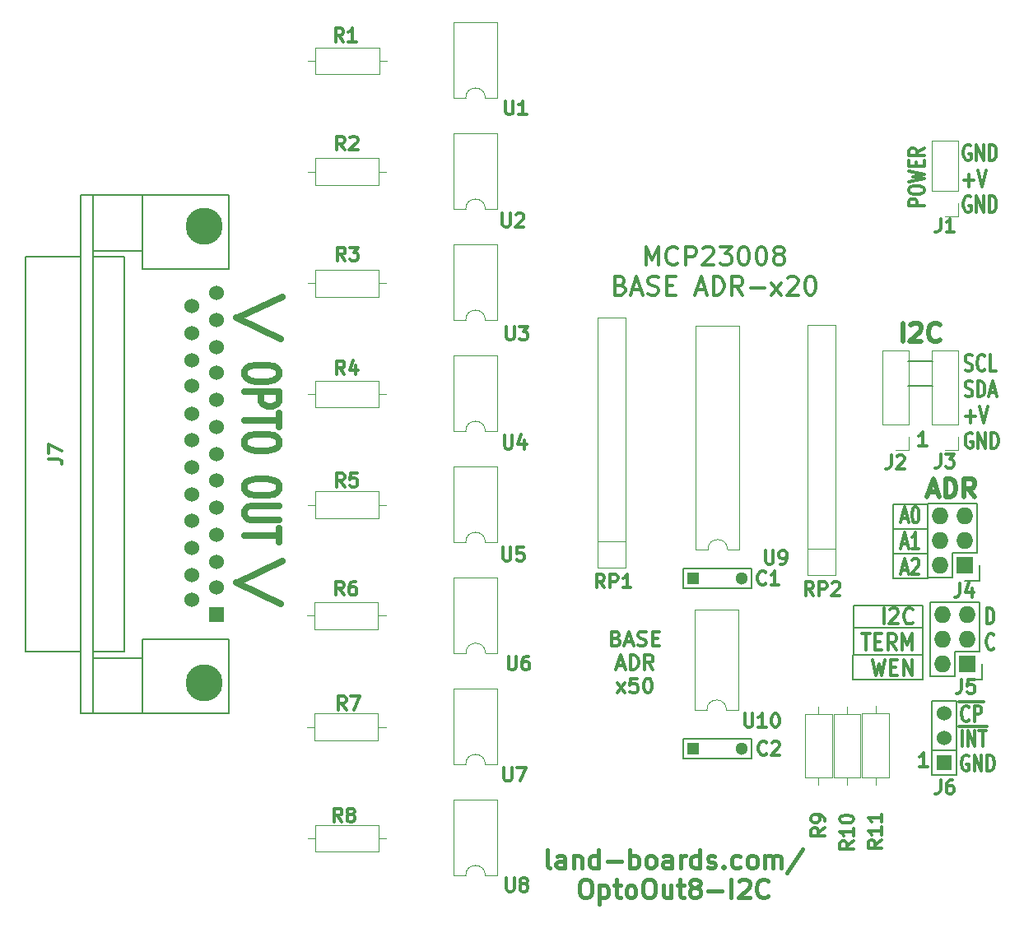
<source format=gto>
%TF.GenerationSoftware,KiCad,Pcbnew,(6.0.1)*%
%TF.CreationDate,2022-09-29T09:15:53-04:00*%
%TF.ProjectId,OptoOut8-I2C,4f70746f-4f75-4743-982d-4932432e6b69,X1*%
%TF.SameCoordinates,Original*%
%TF.FileFunction,Legend,Top*%
%TF.FilePolarity,Positive*%
%FSLAX46Y46*%
G04 Gerber Fmt 4.6, Leading zero omitted, Abs format (unit mm)*
G04 Created by KiCad (PCBNEW (6.0.1)) date 2022-09-29 09:15:53*
%MOMM*%
%LPD*%
G01*
G04 APERTURE LIST*
%ADD10C,0.200000*%
%ADD11C,0.300000*%
%ADD12C,0.476250*%
%ADD13C,0.323850*%
%ADD14C,0.381000*%
%ADD15C,0.317500*%
%ADD16C,0.635000*%
%ADD17C,0.304800*%
%ADD18C,0.120000*%
%ADD19C,0.150000*%
%ADD20C,0.152400*%
%ADD21C,3.810000*%
%ADD22R,1.524000X1.524000*%
%ADD23C,1.524000*%
%ADD24R,1.727200X1.727200*%
%ADD25O,1.727200X1.727200*%
%ADD26R,1.300000X1.300000*%
%ADD27C,1.300000*%
G04 APERTURE END LIST*
D10*
X113538000Y-75184000D02*
X117094000Y-75184000D01*
X113538000Y-77724000D02*
X117094000Y-77724000D01*
X113538000Y-80264000D02*
X117094000Y-80264000D01*
X113538000Y-80010000D02*
X113538000Y-80264000D01*
X113538000Y-72644000D02*
X113538000Y-80010000D01*
X117094000Y-72644000D02*
X113538000Y-72644000D01*
X112776000Y-90678000D02*
X109500000Y-90678000D01*
X109400000Y-88150000D02*
X109400000Y-90678000D01*
X116586000Y-90678000D02*
X112776000Y-90678000D01*
X116586000Y-90424000D02*
X116586000Y-90678000D01*
X116586000Y-83058000D02*
X116586000Y-90424000D01*
X116332000Y-83058000D02*
X116586000Y-83058000D01*
X109474000Y-88138000D02*
X109474000Y-85344000D01*
X109728000Y-88138000D02*
X109474000Y-88138000D01*
X116586000Y-88138000D02*
X109728000Y-88138000D01*
X116586000Y-85344000D02*
X116586000Y-88138000D01*
X109474000Y-85344000D02*
X116586000Y-85344000D01*
X109474000Y-83058000D02*
X109474000Y-85344000D01*
X116586000Y-83058000D02*
X109474000Y-83058000D01*
X115062000Y-60452000D02*
X117602000Y-60452000D01*
X115824000Y-57912000D02*
X115062000Y-57912000D01*
X115570000Y-57912000D02*
X117602000Y-57912000D01*
D11*
X116796880Y-41933095D02*
X115145880Y-41933095D01*
X115145880Y-41449285D01*
X115224500Y-41328333D01*
X115303119Y-41267857D01*
X115460357Y-41207380D01*
X115696214Y-41207380D01*
X115853452Y-41267857D01*
X115932071Y-41328333D01*
X116010690Y-41449285D01*
X116010690Y-41933095D01*
X115145880Y-40421190D02*
X115145880Y-40179285D01*
X115224500Y-40058333D01*
X115381738Y-39937380D01*
X115696214Y-39876904D01*
X116246547Y-39876904D01*
X116561023Y-39937380D01*
X116718261Y-40058333D01*
X116796880Y-40179285D01*
X116796880Y-40421190D01*
X116718261Y-40542142D01*
X116561023Y-40663095D01*
X116246547Y-40723571D01*
X115696214Y-40723571D01*
X115381738Y-40663095D01*
X115224500Y-40542142D01*
X115145880Y-40421190D01*
X115145880Y-39453571D02*
X116796880Y-39151190D01*
X115617595Y-38909285D01*
X116796880Y-38667380D01*
X115145880Y-38365000D01*
X115932071Y-37881190D02*
X115932071Y-37457857D01*
X116796880Y-37276428D02*
X116796880Y-37881190D01*
X115145880Y-37881190D01*
X115145880Y-37276428D01*
X116796880Y-36006428D02*
X116010690Y-36429761D01*
X116796880Y-36732142D02*
X115145880Y-36732142D01*
X115145880Y-36248333D01*
X115224500Y-36127380D01*
X115303119Y-36066904D01*
X115460357Y-36006428D01*
X115696214Y-36006428D01*
X115853452Y-36066904D01*
X115932071Y-36127380D01*
X116010690Y-36248333D01*
X116010690Y-36732142D01*
X85094428Y-86438857D02*
X85308714Y-86510285D01*
X85380142Y-86581714D01*
X85451571Y-86724571D01*
X85451571Y-86938857D01*
X85380142Y-87081714D01*
X85308714Y-87153142D01*
X85165857Y-87224571D01*
X84594428Y-87224571D01*
X84594428Y-85724571D01*
X85094428Y-85724571D01*
X85237285Y-85796000D01*
X85308714Y-85867428D01*
X85380142Y-86010285D01*
X85380142Y-86153142D01*
X85308714Y-86296000D01*
X85237285Y-86367428D01*
X85094428Y-86438857D01*
X84594428Y-86438857D01*
X86023000Y-86796000D02*
X86737285Y-86796000D01*
X85880142Y-87224571D02*
X86380142Y-85724571D01*
X86880142Y-87224571D01*
X87308714Y-87153142D02*
X87523000Y-87224571D01*
X87880142Y-87224571D01*
X88023000Y-87153142D01*
X88094428Y-87081714D01*
X88165857Y-86938857D01*
X88165857Y-86796000D01*
X88094428Y-86653142D01*
X88023000Y-86581714D01*
X87880142Y-86510285D01*
X87594428Y-86438857D01*
X87451571Y-86367428D01*
X87380142Y-86296000D01*
X87308714Y-86153142D01*
X87308714Y-86010285D01*
X87380142Y-85867428D01*
X87451571Y-85796000D01*
X87594428Y-85724571D01*
X87951571Y-85724571D01*
X88165857Y-85796000D01*
X88808714Y-86438857D02*
X89308714Y-86438857D01*
X89523000Y-87224571D02*
X88808714Y-87224571D01*
X88808714Y-85724571D01*
X89523000Y-85724571D01*
X85165857Y-89211000D02*
X85880142Y-89211000D01*
X85023000Y-89639571D02*
X85523000Y-88139571D01*
X86023000Y-89639571D01*
X86523000Y-89639571D02*
X86523000Y-88139571D01*
X86880142Y-88139571D01*
X87094428Y-88211000D01*
X87237285Y-88353857D01*
X87308714Y-88496714D01*
X87380142Y-88782428D01*
X87380142Y-88996714D01*
X87308714Y-89282428D01*
X87237285Y-89425285D01*
X87094428Y-89568142D01*
X86880142Y-89639571D01*
X86523000Y-89639571D01*
X88880142Y-89639571D02*
X88380142Y-88925285D01*
X88023000Y-89639571D02*
X88023000Y-88139571D01*
X88594428Y-88139571D01*
X88737285Y-88211000D01*
X88808714Y-88282428D01*
X88880142Y-88425285D01*
X88880142Y-88639571D01*
X88808714Y-88782428D01*
X88737285Y-88853857D01*
X88594428Y-88925285D01*
X88023000Y-88925285D01*
X85201571Y-92054571D02*
X85987285Y-91054571D01*
X85201571Y-91054571D02*
X85987285Y-92054571D01*
X87273000Y-90554571D02*
X86558714Y-90554571D01*
X86487285Y-91268857D01*
X86558714Y-91197428D01*
X86701571Y-91126000D01*
X87058714Y-91126000D01*
X87201571Y-91197428D01*
X87273000Y-91268857D01*
X87344428Y-91411714D01*
X87344428Y-91768857D01*
X87273000Y-91911714D01*
X87201571Y-91983142D01*
X87058714Y-92054571D01*
X86701571Y-92054571D01*
X86558714Y-91983142D01*
X86487285Y-91911714D01*
X88273000Y-90554571D02*
X88415857Y-90554571D01*
X88558714Y-90626000D01*
X88630142Y-90697428D01*
X88701571Y-90840285D01*
X88773000Y-91126000D01*
X88773000Y-91483142D01*
X88701571Y-91768857D01*
X88630142Y-91911714D01*
X88558714Y-91983142D01*
X88415857Y-92054571D01*
X88273000Y-92054571D01*
X88130142Y-91983142D01*
X88058714Y-91911714D01*
X87987285Y-91768857D01*
X87915857Y-91483142D01*
X87915857Y-91126000D01*
X87987285Y-90840285D01*
X88058714Y-90697428D01*
X88130142Y-90626000D01*
X88273000Y-90554571D01*
X112597285Y-84956770D02*
X112597285Y-83305770D01*
X113240142Y-83463009D02*
X113311571Y-83384390D01*
X113454428Y-83305770D01*
X113811571Y-83305770D01*
X113954428Y-83384390D01*
X114025857Y-83463009D01*
X114097285Y-83620247D01*
X114097285Y-83777485D01*
X114025857Y-84013342D01*
X113168714Y-84956770D01*
X114097285Y-84956770D01*
X115597285Y-84799532D02*
X115525857Y-84878151D01*
X115311571Y-84956770D01*
X115168714Y-84956770D01*
X114954428Y-84878151D01*
X114811571Y-84720913D01*
X114740142Y-84563675D01*
X114668714Y-84249199D01*
X114668714Y-84013342D01*
X114740142Y-83698866D01*
X114811571Y-83541628D01*
X114954428Y-83384390D01*
X115168714Y-83305770D01*
X115311571Y-83305770D01*
X115525857Y-83384390D01*
X115597285Y-83463009D01*
X110311571Y-85963880D02*
X111168714Y-85963880D01*
X110740142Y-87614880D02*
X110740142Y-85963880D01*
X111668714Y-86750071D02*
X112168714Y-86750071D01*
X112383000Y-87614880D02*
X111668714Y-87614880D01*
X111668714Y-85963880D01*
X112383000Y-85963880D01*
X113883000Y-87614880D02*
X113383000Y-86828690D01*
X113025857Y-87614880D02*
X113025857Y-85963880D01*
X113597285Y-85963880D01*
X113740142Y-86042500D01*
X113811571Y-86121119D01*
X113883000Y-86278357D01*
X113883000Y-86514214D01*
X113811571Y-86671452D01*
X113740142Y-86750071D01*
X113597285Y-86828690D01*
X113025857Y-86828690D01*
X114525857Y-87614880D02*
X114525857Y-85963880D01*
X115025857Y-87143166D01*
X115525857Y-85963880D01*
X115525857Y-87614880D01*
X111454428Y-88621990D02*
X111811571Y-90272990D01*
X112097285Y-89093705D01*
X112383000Y-90272990D01*
X112740142Y-88621990D01*
X113311571Y-89408181D02*
X113811571Y-89408181D01*
X114025857Y-90272990D02*
X113311571Y-90272990D01*
X113311571Y-88621990D01*
X114025857Y-88621990D01*
X114668714Y-90272990D02*
X114668714Y-88621990D01*
X115525857Y-90272990D01*
X115525857Y-88621990D01*
X123207380Y-84949825D02*
X123207380Y-83298825D01*
X123509761Y-83298825D01*
X123691190Y-83377445D01*
X123812142Y-83534683D01*
X123872619Y-83691921D01*
X123933095Y-84006397D01*
X123933095Y-84242254D01*
X123872619Y-84556730D01*
X123812142Y-84713968D01*
X123691190Y-84871206D01*
X123509761Y-84949825D01*
X123207380Y-84949825D01*
X123933095Y-87450697D02*
X123872619Y-87529316D01*
X123691190Y-87607935D01*
X123570238Y-87607935D01*
X123388809Y-87529316D01*
X123267857Y-87372078D01*
X123207380Y-87214840D01*
X123146904Y-86900364D01*
X123146904Y-86664507D01*
X123207380Y-86350031D01*
X123267857Y-86192793D01*
X123388809Y-86035555D01*
X123570238Y-85956935D01*
X123691190Y-85956935D01*
X123872619Y-86035555D01*
X123933095Y-86114174D01*
D12*
X117222419Y-71367500D02*
X118129562Y-71367500D01*
X117040991Y-71911785D02*
X117675991Y-70006785D01*
X118310991Y-71911785D01*
X118945991Y-71911785D02*
X118945991Y-70006785D01*
X119399562Y-70006785D01*
X119671705Y-70097500D01*
X119853133Y-70278928D01*
X119943848Y-70460357D01*
X120034562Y-70823214D01*
X120034562Y-71095357D01*
X119943848Y-71458214D01*
X119853133Y-71639642D01*
X119671705Y-71821071D01*
X119399562Y-71911785D01*
X118945991Y-71911785D01*
X121939562Y-71911785D02*
X121304562Y-71004642D01*
X120850991Y-71911785D02*
X120850991Y-70006785D01*
X121576705Y-70006785D01*
X121758133Y-70097500D01*
X121848848Y-70188214D01*
X121939562Y-70369642D01*
X121939562Y-70641785D01*
X121848848Y-70823214D01*
X121758133Y-70913928D01*
X121576705Y-71004642D01*
X120850991Y-71004642D01*
D11*
X117128571Y-99678571D02*
X116271428Y-99678571D01*
X116700000Y-99678571D02*
X116700000Y-98178571D01*
X116557142Y-98392857D01*
X116414285Y-98535714D01*
X116271428Y-98607142D01*
X117042571Y-66652571D02*
X116185428Y-66652571D01*
X116614000Y-66652571D02*
X116614000Y-65152571D01*
X116471142Y-65366857D01*
X116328285Y-65509714D01*
X116185428Y-65581142D01*
X121523119Y-35693390D02*
X121402166Y-35614770D01*
X121220738Y-35614770D01*
X121039309Y-35693390D01*
X120918357Y-35850628D01*
X120857880Y-36007866D01*
X120797404Y-36322342D01*
X120797404Y-36558199D01*
X120857880Y-36872675D01*
X120918357Y-37029913D01*
X121039309Y-37187151D01*
X121220738Y-37265770D01*
X121341690Y-37265770D01*
X121523119Y-37187151D01*
X121583595Y-37108532D01*
X121583595Y-36558199D01*
X121341690Y-36558199D01*
X122127880Y-37265770D02*
X122127880Y-35614770D01*
X122853595Y-37265770D01*
X122853595Y-35614770D01*
X123458357Y-37265770D02*
X123458357Y-35614770D01*
X123760738Y-35614770D01*
X123942166Y-35693390D01*
X124063119Y-35850628D01*
X124123595Y-36007866D01*
X124184071Y-36322342D01*
X124184071Y-36558199D01*
X124123595Y-36872675D01*
X124063119Y-37029913D01*
X123942166Y-37187151D01*
X123760738Y-37265770D01*
X123458357Y-37265770D01*
X120857880Y-39294928D02*
X121825500Y-39294928D01*
X121341690Y-39923880D02*
X121341690Y-38665976D01*
X122248833Y-38272880D02*
X122672166Y-39923880D01*
X123095500Y-38272880D01*
X121523119Y-41009610D02*
X121402166Y-40930990D01*
X121220738Y-40930990D01*
X121039309Y-41009610D01*
X120918357Y-41166848D01*
X120857880Y-41324086D01*
X120797404Y-41638562D01*
X120797404Y-41874419D01*
X120857880Y-42188895D01*
X120918357Y-42346133D01*
X121039309Y-42503371D01*
X121220738Y-42581990D01*
X121341690Y-42581990D01*
X121523119Y-42503371D01*
X121583595Y-42424752D01*
X121583595Y-41874419D01*
X121341690Y-41874419D01*
X122127880Y-42581990D02*
X122127880Y-40930990D01*
X122853595Y-42581990D01*
X122853595Y-40930990D01*
X123458357Y-42581990D02*
X123458357Y-40930990D01*
X123760738Y-40930990D01*
X123942166Y-41009610D01*
X124063119Y-41166848D01*
X124123595Y-41324086D01*
X124184071Y-41638562D01*
X124184071Y-41874419D01*
X124123595Y-42188895D01*
X124063119Y-42346133D01*
X123942166Y-42503371D01*
X123760738Y-42581990D01*
X123458357Y-42581990D01*
X120345000Y-92926500D02*
X121615000Y-92926500D01*
X121373095Y-94811089D02*
X121312619Y-94886684D01*
X121131190Y-94962279D01*
X121010238Y-94962279D01*
X120828809Y-94886684D01*
X120707857Y-94735494D01*
X120647380Y-94584303D01*
X120586904Y-94281922D01*
X120586904Y-94055136D01*
X120647380Y-93752755D01*
X120707857Y-93601565D01*
X120828809Y-93450375D01*
X121010238Y-93374779D01*
X121131190Y-93374779D01*
X121312619Y-93450375D01*
X121373095Y-93525970D01*
X121615000Y-92926500D02*
X122885000Y-92926500D01*
X121917380Y-94962279D02*
X121917380Y-93374779D01*
X122401190Y-93374779D01*
X122522142Y-93450375D01*
X122582619Y-93525970D01*
X122643095Y-93677160D01*
X122643095Y-93903946D01*
X122582619Y-94055136D01*
X122522142Y-94130732D01*
X122401190Y-94206327D01*
X121917380Y-94206327D01*
X120345000Y-95482375D02*
X120949761Y-95482375D01*
X120647380Y-97518154D02*
X120647380Y-95930654D01*
X120949761Y-95482375D02*
X122280238Y-95482375D01*
X121252142Y-97518154D02*
X121252142Y-95930654D01*
X121977857Y-97518154D01*
X121977857Y-95930654D01*
X122280238Y-95482375D02*
X123247857Y-95482375D01*
X122401190Y-95930654D02*
X123126904Y-95930654D01*
X122764047Y-97518154D02*
X122764047Y-95930654D01*
X121312619Y-98562125D02*
X121191666Y-98486529D01*
X121010238Y-98486529D01*
X120828809Y-98562125D01*
X120707857Y-98713315D01*
X120647380Y-98864505D01*
X120586904Y-99166886D01*
X120586904Y-99393672D01*
X120647380Y-99696053D01*
X120707857Y-99847244D01*
X120828809Y-99998434D01*
X121010238Y-100074029D01*
X121131190Y-100074029D01*
X121312619Y-99998434D01*
X121373095Y-99922839D01*
X121373095Y-99393672D01*
X121131190Y-99393672D01*
X121917380Y-100074029D02*
X121917380Y-98486529D01*
X122643095Y-100074029D01*
X122643095Y-98486529D01*
X123247857Y-100074029D02*
X123247857Y-98486529D01*
X123550238Y-98486529D01*
X123731666Y-98562125D01*
X123852619Y-98713315D01*
X123913095Y-98864505D01*
X123973571Y-99166886D01*
X123973571Y-99393672D01*
X123913095Y-99696053D01*
X123852619Y-99847244D01*
X123731666Y-99998434D01*
X123550238Y-100074029D01*
X123247857Y-100074029D01*
D13*
X88138776Y-48030271D02*
X88138776Y-46125271D01*
X88773776Y-47485986D01*
X89408776Y-46125271D01*
X89408776Y-48030271D01*
X91404491Y-47848843D02*
X91313776Y-47939557D01*
X91041633Y-48030271D01*
X90860205Y-48030271D01*
X90588062Y-47939557D01*
X90406633Y-47758128D01*
X90315919Y-47576700D01*
X90225205Y-47213843D01*
X90225205Y-46941700D01*
X90315919Y-46578843D01*
X90406633Y-46397414D01*
X90588062Y-46215986D01*
X90860205Y-46125271D01*
X91041633Y-46125271D01*
X91313776Y-46215986D01*
X91404491Y-46306700D01*
X92220919Y-48030271D02*
X92220919Y-46125271D01*
X92946633Y-46125271D01*
X93128062Y-46215986D01*
X93218776Y-46306700D01*
X93309491Y-46488128D01*
X93309491Y-46760271D01*
X93218776Y-46941700D01*
X93128062Y-47032414D01*
X92946633Y-47123128D01*
X92220919Y-47123128D01*
X94035205Y-46306700D02*
X94125919Y-46215986D01*
X94307348Y-46125271D01*
X94760919Y-46125271D01*
X94942348Y-46215986D01*
X95033062Y-46306700D01*
X95123776Y-46488128D01*
X95123776Y-46669557D01*
X95033062Y-46941700D01*
X93944491Y-48030271D01*
X95123776Y-48030271D01*
X95758776Y-46125271D02*
X96938062Y-46125271D01*
X96303062Y-46850986D01*
X96575205Y-46850986D01*
X96756633Y-46941700D01*
X96847348Y-47032414D01*
X96938062Y-47213843D01*
X96938062Y-47667414D01*
X96847348Y-47848843D01*
X96756633Y-47939557D01*
X96575205Y-48030271D01*
X96030919Y-48030271D01*
X95849491Y-47939557D01*
X95758776Y-47848843D01*
X98117348Y-46125271D02*
X98298776Y-46125271D01*
X98480205Y-46215986D01*
X98570919Y-46306700D01*
X98661633Y-46488128D01*
X98752348Y-46850986D01*
X98752348Y-47304557D01*
X98661633Y-47667414D01*
X98570919Y-47848843D01*
X98480205Y-47939557D01*
X98298776Y-48030271D01*
X98117348Y-48030271D01*
X97935919Y-47939557D01*
X97845205Y-47848843D01*
X97754491Y-47667414D01*
X97663776Y-47304557D01*
X97663776Y-46850986D01*
X97754491Y-46488128D01*
X97845205Y-46306700D01*
X97935919Y-46215986D01*
X98117348Y-46125271D01*
X99931633Y-46125271D02*
X100113062Y-46125271D01*
X100294491Y-46215986D01*
X100385205Y-46306700D01*
X100475919Y-46488128D01*
X100566633Y-46850986D01*
X100566633Y-47304557D01*
X100475919Y-47667414D01*
X100385205Y-47848843D01*
X100294491Y-47939557D01*
X100113062Y-48030271D01*
X99931633Y-48030271D01*
X99750205Y-47939557D01*
X99659491Y-47848843D01*
X99568776Y-47667414D01*
X99478062Y-47304557D01*
X99478062Y-46850986D01*
X99568776Y-46488128D01*
X99659491Y-46306700D01*
X99750205Y-46215986D01*
X99931633Y-46125271D01*
X101655205Y-46941700D02*
X101473776Y-46850986D01*
X101383062Y-46760271D01*
X101292348Y-46578843D01*
X101292348Y-46488128D01*
X101383062Y-46306700D01*
X101473776Y-46215986D01*
X101655205Y-46125271D01*
X102018062Y-46125271D01*
X102199491Y-46215986D01*
X102290205Y-46306700D01*
X102380919Y-46488128D01*
X102380919Y-46578843D01*
X102290205Y-46760271D01*
X102199491Y-46850986D01*
X102018062Y-46941700D01*
X101655205Y-46941700D01*
X101473776Y-47032414D01*
X101383062Y-47123128D01*
X101292348Y-47304557D01*
X101292348Y-47667414D01*
X101383062Y-47848843D01*
X101473776Y-47939557D01*
X101655205Y-48030271D01*
X102018062Y-48030271D01*
X102199491Y-47939557D01*
X102290205Y-47848843D01*
X102380919Y-47667414D01*
X102380919Y-47304557D01*
X102290205Y-47123128D01*
X102199491Y-47032414D01*
X102018062Y-46941700D01*
X85553419Y-50099464D02*
X85825562Y-50190178D01*
X85916276Y-50280893D01*
X86006990Y-50462321D01*
X86006990Y-50734464D01*
X85916276Y-50915893D01*
X85825562Y-51006607D01*
X85644133Y-51097321D01*
X84918419Y-51097321D01*
X84918419Y-49192321D01*
X85553419Y-49192321D01*
X85734848Y-49283036D01*
X85825562Y-49373750D01*
X85916276Y-49555178D01*
X85916276Y-49736607D01*
X85825562Y-49918036D01*
X85734848Y-50008750D01*
X85553419Y-50099464D01*
X84918419Y-50099464D01*
X86732705Y-50553036D02*
X87639848Y-50553036D01*
X86551276Y-51097321D02*
X87186276Y-49192321D01*
X87821276Y-51097321D01*
X88365562Y-51006607D02*
X88637705Y-51097321D01*
X89091276Y-51097321D01*
X89272705Y-51006607D01*
X89363419Y-50915893D01*
X89454133Y-50734464D01*
X89454133Y-50553036D01*
X89363419Y-50371607D01*
X89272705Y-50280893D01*
X89091276Y-50190178D01*
X88728419Y-50099464D01*
X88546990Y-50008750D01*
X88456276Y-49918036D01*
X88365562Y-49736607D01*
X88365562Y-49555178D01*
X88456276Y-49373750D01*
X88546990Y-49283036D01*
X88728419Y-49192321D01*
X89181990Y-49192321D01*
X89454133Y-49283036D01*
X90270562Y-50099464D02*
X90905562Y-50099464D01*
X91177705Y-51097321D02*
X90270562Y-51097321D01*
X90270562Y-49192321D01*
X91177705Y-49192321D01*
X93354848Y-50553036D02*
X94261990Y-50553036D01*
X93173419Y-51097321D02*
X93808419Y-49192321D01*
X94443419Y-51097321D01*
X95078419Y-51097321D02*
X95078419Y-49192321D01*
X95531990Y-49192321D01*
X95804133Y-49283036D01*
X95985562Y-49464464D01*
X96076276Y-49645893D01*
X96166990Y-50008750D01*
X96166990Y-50280893D01*
X96076276Y-50643750D01*
X95985562Y-50825178D01*
X95804133Y-51006607D01*
X95531990Y-51097321D01*
X95078419Y-51097321D01*
X98071990Y-51097321D02*
X97436990Y-50190178D01*
X96983419Y-51097321D02*
X96983419Y-49192321D01*
X97709133Y-49192321D01*
X97890562Y-49283036D01*
X97981276Y-49373750D01*
X98071990Y-49555178D01*
X98071990Y-49827321D01*
X97981276Y-50008750D01*
X97890562Y-50099464D01*
X97709133Y-50190178D01*
X96983419Y-50190178D01*
X98888419Y-50371607D02*
X100339848Y-50371607D01*
X101065562Y-51097321D02*
X102063419Y-49827321D01*
X101065562Y-49827321D02*
X102063419Y-51097321D01*
X102698419Y-49373750D02*
X102789133Y-49283036D01*
X102970562Y-49192321D01*
X103424133Y-49192321D01*
X103605562Y-49283036D01*
X103696276Y-49373750D01*
X103786991Y-49555178D01*
X103786991Y-49736607D01*
X103696276Y-50008750D01*
X102607705Y-51097321D01*
X103786991Y-51097321D01*
X104966276Y-49192321D02*
X105147705Y-49192321D01*
X105329133Y-49283036D01*
X105419848Y-49373750D01*
X105510562Y-49555178D01*
X105601276Y-49918036D01*
X105601276Y-50371607D01*
X105510562Y-50734464D01*
X105419848Y-50915893D01*
X105329133Y-51006607D01*
X105147705Y-51097321D01*
X104966276Y-51097321D01*
X104784848Y-51006607D01*
X104694133Y-50915893D01*
X104603419Y-50734464D01*
X104512705Y-50371607D01*
X104512705Y-49918036D01*
X104603419Y-49555178D01*
X104694133Y-49373750D01*
X104784848Y-49283036D01*
X104966276Y-49192321D01*
D14*
X78254642Y-110078260D02*
X78073214Y-109987546D01*
X77982500Y-109806117D01*
X77982500Y-108173260D01*
X79796785Y-110078260D02*
X79796785Y-109080403D01*
X79706071Y-108898975D01*
X79524642Y-108808260D01*
X79161785Y-108808260D01*
X78980357Y-108898975D01*
X79796785Y-109987546D02*
X79615357Y-110078260D01*
X79161785Y-110078260D01*
X78980357Y-109987546D01*
X78889642Y-109806117D01*
X78889642Y-109624689D01*
X78980357Y-109443260D01*
X79161785Y-109352546D01*
X79615357Y-109352546D01*
X79796785Y-109261832D01*
X80703928Y-108808260D02*
X80703928Y-110078260D01*
X80703928Y-108989689D02*
X80794642Y-108898975D01*
X80976071Y-108808260D01*
X81248214Y-108808260D01*
X81429642Y-108898975D01*
X81520357Y-109080403D01*
X81520357Y-110078260D01*
X83243928Y-110078260D02*
X83243928Y-108173260D01*
X83243928Y-109987546D02*
X83062500Y-110078260D01*
X82699642Y-110078260D01*
X82518214Y-109987546D01*
X82427500Y-109896832D01*
X82336785Y-109715403D01*
X82336785Y-109171117D01*
X82427500Y-108989689D01*
X82518214Y-108898975D01*
X82699642Y-108808260D01*
X83062500Y-108808260D01*
X83243928Y-108898975D01*
X84151071Y-109352546D02*
X85602500Y-109352546D01*
X86509642Y-110078260D02*
X86509642Y-108173260D01*
X86509642Y-108898975D02*
X86691071Y-108808260D01*
X87053928Y-108808260D01*
X87235357Y-108898975D01*
X87326071Y-108989689D01*
X87416785Y-109171117D01*
X87416785Y-109715403D01*
X87326071Y-109896832D01*
X87235357Y-109987546D01*
X87053928Y-110078260D01*
X86691071Y-110078260D01*
X86509642Y-109987546D01*
X88505357Y-110078260D02*
X88323928Y-109987546D01*
X88233214Y-109896832D01*
X88142500Y-109715403D01*
X88142500Y-109171117D01*
X88233214Y-108989689D01*
X88323928Y-108898975D01*
X88505357Y-108808260D01*
X88777500Y-108808260D01*
X88958928Y-108898975D01*
X89049642Y-108989689D01*
X89140357Y-109171117D01*
X89140357Y-109715403D01*
X89049642Y-109896832D01*
X88958928Y-109987546D01*
X88777500Y-110078260D01*
X88505357Y-110078260D01*
X90773214Y-110078260D02*
X90773214Y-109080403D01*
X90682500Y-108898975D01*
X90501071Y-108808260D01*
X90138214Y-108808260D01*
X89956785Y-108898975D01*
X90773214Y-109987546D02*
X90591785Y-110078260D01*
X90138214Y-110078260D01*
X89956785Y-109987546D01*
X89866071Y-109806117D01*
X89866071Y-109624689D01*
X89956785Y-109443260D01*
X90138214Y-109352546D01*
X90591785Y-109352546D01*
X90773214Y-109261832D01*
X91680357Y-110078260D02*
X91680357Y-108808260D01*
X91680357Y-109171117D02*
X91771071Y-108989689D01*
X91861785Y-108898975D01*
X92043214Y-108808260D01*
X92224642Y-108808260D01*
X93676071Y-110078260D02*
X93676071Y-108173260D01*
X93676071Y-109987546D02*
X93494642Y-110078260D01*
X93131785Y-110078260D01*
X92950357Y-109987546D01*
X92859642Y-109896832D01*
X92768928Y-109715403D01*
X92768928Y-109171117D01*
X92859642Y-108989689D01*
X92950357Y-108898975D01*
X93131785Y-108808260D01*
X93494642Y-108808260D01*
X93676071Y-108898975D01*
X94492500Y-109987546D02*
X94673928Y-110078260D01*
X95036785Y-110078260D01*
X95218214Y-109987546D01*
X95308928Y-109806117D01*
X95308928Y-109715403D01*
X95218214Y-109533975D01*
X95036785Y-109443260D01*
X94764642Y-109443260D01*
X94583214Y-109352546D01*
X94492500Y-109171117D01*
X94492500Y-109080403D01*
X94583214Y-108898975D01*
X94764642Y-108808260D01*
X95036785Y-108808260D01*
X95218214Y-108898975D01*
X96125357Y-109896832D02*
X96216071Y-109987546D01*
X96125357Y-110078260D01*
X96034642Y-109987546D01*
X96125357Y-109896832D01*
X96125357Y-110078260D01*
X97848928Y-109987546D02*
X97667500Y-110078260D01*
X97304642Y-110078260D01*
X97123214Y-109987546D01*
X97032500Y-109896832D01*
X96941785Y-109715403D01*
X96941785Y-109171117D01*
X97032500Y-108989689D01*
X97123214Y-108898975D01*
X97304642Y-108808260D01*
X97667500Y-108808260D01*
X97848928Y-108898975D01*
X98937500Y-110078260D02*
X98756071Y-109987546D01*
X98665357Y-109896832D01*
X98574642Y-109715403D01*
X98574642Y-109171117D01*
X98665357Y-108989689D01*
X98756071Y-108898975D01*
X98937500Y-108808260D01*
X99209642Y-108808260D01*
X99391071Y-108898975D01*
X99481785Y-108989689D01*
X99572500Y-109171117D01*
X99572500Y-109715403D01*
X99481785Y-109896832D01*
X99391071Y-109987546D01*
X99209642Y-110078260D01*
X98937500Y-110078260D01*
X100388928Y-110078260D02*
X100388928Y-108808260D01*
X100388928Y-108989689D02*
X100479642Y-108898975D01*
X100661071Y-108808260D01*
X100933214Y-108808260D01*
X101114642Y-108898975D01*
X101205357Y-109080403D01*
X101205357Y-110078260D01*
X101205357Y-109080403D02*
X101296071Y-108898975D01*
X101477500Y-108808260D01*
X101749642Y-108808260D01*
X101931071Y-108898975D01*
X102021785Y-109080403D01*
X102021785Y-110078260D01*
X104289642Y-108082546D02*
X102656785Y-110531832D01*
X81747142Y-111240310D02*
X82110000Y-111240310D01*
X82291428Y-111331025D01*
X82472857Y-111512453D01*
X82563571Y-111875310D01*
X82563571Y-112510310D01*
X82472857Y-112873167D01*
X82291428Y-113054596D01*
X82110000Y-113145310D01*
X81747142Y-113145310D01*
X81565714Y-113054596D01*
X81384285Y-112873167D01*
X81293571Y-112510310D01*
X81293571Y-111875310D01*
X81384285Y-111512453D01*
X81565714Y-111331025D01*
X81747142Y-111240310D01*
X83380000Y-111875310D02*
X83380000Y-113780310D01*
X83380000Y-111966025D02*
X83561428Y-111875310D01*
X83924285Y-111875310D01*
X84105714Y-111966025D01*
X84196428Y-112056739D01*
X84287142Y-112238167D01*
X84287142Y-112782453D01*
X84196428Y-112963882D01*
X84105714Y-113054596D01*
X83924285Y-113145310D01*
X83561428Y-113145310D01*
X83380000Y-113054596D01*
X84831428Y-111875310D02*
X85557142Y-111875310D01*
X85103571Y-111240310D02*
X85103571Y-112873167D01*
X85194285Y-113054596D01*
X85375714Y-113145310D01*
X85557142Y-113145310D01*
X86464285Y-113145310D02*
X86282857Y-113054596D01*
X86192142Y-112963882D01*
X86101428Y-112782453D01*
X86101428Y-112238167D01*
X86192142Y-112056739D01*
X86282857Y-111966025D01*
X86464285Y-111875310D01*
X86736428Y-111875310D01*
X86917857Y-111966025D01*
X87008571Y-112056739D01*
X87099285Y-112238167D01*
X87099285Y-112782453D01*
X87008571Y-112963882D01*
X86917857Y-113054596D01*
X86736428Y-113145310D01*
X86464285Y-113145310D01*
X88278571Y-111240310D02*
X88641428Y-111240310D01*
X88822857Y-111331025D01*
X89004285Y-111512453D01*
X89095000Y-111875310D01*
X89095000Y-112510310D01*
X89004285Y-112873167D01*
X88822857Y-113054596D01*
X88641428Y-113145310D01*
X88278571Y-113145310D01*
X88097142Y-113054596D01*
X87915714Y-112873167D01*
X87825000Y-112510310D01*
X87825000Y-111875310D01*
X87915714Y-111512453D01*
X88097142Y-111331025D01*
X88278571Y-111240310D01*
X90727857Y-111875310D02*
X90727857Y-113145310D01*
X89911428Y-111875310D02*
X89911428Y-112873167D01*
X90002142Y-113054596D01*
X90183571Y-113145310D01*
X90455714Y-113145310D01*
X90637142Y-113054596D01*
X90727857Y-112963882D01*
X91362857Y-111875310D02*
X92088571Y-111875310D01*
X91635000Y-111240310D02*
X91635000Y-112873167D01*
X91725714Y-113054596D01*
X91907142Y-113145310D01*
X92088571Y-113145310D01*
X92995714Y-112056739D02*
X92814285Y-111966025D01*
X92723571Y-111875310D01*
X92632857Y-111693882D01*
X92632857Y-111603167D01*
X92723571Y-111421739D01*
X92814285Y-111331025D01*
X92995714Y-111240310D01*
X93358571Y-111240310D01*
X93540000Y-111331025D01*
X93630714Y-111421739D01*
X93721428Y-111603167D01*
X93721428Y-111693882D01*
X93630714Y-111875310D01*
X93540000Y-111966025D01*
X93358571Y-112056739D01*
X92995714Y-112056739D01*
X92814285Y-112147453D01*
X92723571Y-112238167D01*
X92632857Y-112419596D01*
X92632857Y-112782453D01*
X92723571Y-112963882D01*
X92814285Y-113054596D01*
X92995714Y-113145310D01*
X93358571Y-113145310D01*
X93540000Y-113054596D01*
X93630714Y-112963882D01*
X93721428Y-112782453D01*
X93721428Y-112419596D01*
X93630714Y-112238167D01*
X93540000Y-112147453D01*
X93358571Y-112056739D01*
X94537857Y-112419596D02*
X95989285Y-112419596D01*
X96896428Y-113145310D02*
X96896428Y-111240310D01*
X97712857Y-111421739D02*
X97803571Y-111331025D01*
X97985000Y-111240310D01*
X98438571Y-111240310D01*
X98620000Y-111331025D01*
X98710714Y-111421739D01*
X98801428Y-111603167D01*
X98801428Y-111784596D01*
X98710714Y-112056739D01*
X97622142Y-113145310D01*
X98801428Y-113145310D01*
X100706428Y-112963882D02*
X100615714Y-113054596D01*
X100343571Y-113145310D01*
X100162142Y-113145310D01*
X99890000Y-113054596D01*
X99708571Y-112873167D01*
X99617857Y-112691739D01*
X99527142Y-112328882D01*
X99527142Y-112056739D01*
X99617857Y-111693882D01*
X99708571Y-111512453D01*
X99890000Y-111331025D01*
X100162142Y-111240310D01*
X100343571Y-111240310D01*
X100615714Y-111331025D01*
X100706428Y-111421739D01*
D12*
X114563848Y-55913796D02*
X114563848Y-54008796D01*
X115380276Y-54190225D02*
X115470991Y-54099511D01*
X115652419Y-54008796D01*
X116105991Y-54008796D01*
X116287419Y-54099511D01*
X116378133Y-54190225D01*
X116468848Y-54371653D01*
X116468848Y-54553082D01*
X116378133Y-54825225D01*
X115289562Y-55913796D01*
X116468848Y-55913796D01*
X118373848Y-55732368D02*
X118283133Y-55823082D01*
X118010991Y-55913796D01*
X117829562Y-55913796D01*
X117557419Y-55823082D01*
X117375991Y-55641653D01*
X117285276Y-55460225D01*
X117194562Y-55097368D01*
X117194562Y-54825225D01*
X117285276Y-54462368D01*
X117375991Y-54280939D01*
X117557419Y-54099511D01*
X117829562Y-54008796D01*
X118010991Y-54008796D01*
X118283133Y-54099511D01*
X118373848Y-54190225D01*
D11*
X120987904Y-58845096D02*
X121169333Y-58923715D01*
X121471714Y-58923715D01*
X121592666Y-58845096D01*
X121653142Y-58766477D01*
X121713619Y-58609239D01*
X121713619Y-58452001D01*
X121653142Y-58294763D01*
X121592666Y-58216144D01*
X121471714Y-58137525D01*
X121229809Y-58058906D01*
X121108857Y-57980287D01*
X121048380Y-57901668D01*
X120987904Y-57744430D01*
X120987904Y-57587192D01*
X121048380Y-57429954D01*
X121108857Y-57351335D01*
X121229809Y-57272715D01*
X121532190Y-57272715D01*
X121713619Y-57351335D01*
X122983619Y-58766477D02*
X122923142Y-58845096D01*
X122741714Y-58923715D01*
X122620761Y-58923715D01*
X122439333Y-58845096D01*
X122318380Y-58687858D01*
X122257904Y-58530620D01*
X122197428Y-58216144D01*
X122197428Y-57980287D01*
X122257904Y-57665811D01*
X122318380Y-57508573D01*
X122439333Y-57351335D01*
X122620761Y-57272715D01*
X122741714Y-57272715D01*
X122923142Y-57351335D01*
X122983619Y-57429954D01*
X124132666Y-58923715D02*
X123527904Y-58923715D01*
X123527904Y-57272715D01*
X120987904Y-61503206D02*
X121169333Y-61581825D01*
X121471714Y-61581825D01*
X121592666Y-61503206D01*
X121653142Y-61424587D01*
X121713619Y-61267349D01*
X121713619Y-61110111D01*
X121653142Y-60952873D01*
X121592666Y-60874254D01*
X121471714Y-60795635D01*
X121229809Y-60717016D01*
X121108857Y-60638397D01*
X121048380Y-60559778D01*
X120987904Y-60402540D01*
X120987904Y-60245302D01*
X121048380Y-60088064D01*
X121108857Y-60009445D01*
X121229809Y-59930825D01*
X121532190Y-59930825D01*
X121713619Y-60009445D01*
X122257904Y-61581825D02*
X122257904Y-59930825D01*
X122560285Y-59930825D01*
X122741714Y-60009445D01*
X122862666Y-60166683D01*
X122923142Y-60323921D01*
X122983619Y-60638397D01*
X122983619Y-60874254D01*
X122923142Y-61188730D01*
X122862666Y-61345968D01*
X122741714Y-61503206D01*
X122560285Y-61581825D01*
X122257904Y-61581825D01*
X123467428Y-61110111D02*
X124072190Y-61110111D01*
X123346476Y-61581825D02*
X123769809Y-59930825D01*
X124193142Y-61581825D01*
X121048380Y-63610983D02*
X122016000Y-63610983D01*
X121532190Y-64239935D02*
X121532190Y-62982031D01*
X122439333Y-62588935D02*
X122862666Y-64239935D01*
X123286000Y-62588935D01*
X121713619Y-65325665D02*
X121592666Y-65247045D01*
X121411238Y-65247045D01*
X121229809Y-65325665D01*
X121108857Y-65482903D01*
X121048380Y-65640141D01*
X120987904Y-65954617D01*
X120987904Y-66190474D01*
X121048380Y-66504950D01*
X121108857Y-66662188D01*
X121229809Y-66819426D01*
X121411238Y-66898045D01*
X121532190Y-66898045D01*
X121713619Y-66819426D01*
X121774095Y-66740807D01*
X121774095Y-66190474D01*
X121532190Y-66190474D01*
X122318380Y-66898045D02*
X122318380Y-65247045D01*
X123044095Y-66898045D01*
X123044095Y-65247045D01*
X123648857Y-66898045D02*
X123648857Y-65247045D01*
X123951238Y-65247045D01*
X124132666Y-65325665D01*
X124253619Y-65482903D01*
X124314095Y-65640141D01*
X124374571Y-65954617D01*
X124374571Y-66190474D01*
X124314095Y-66504950D01*
X124253619Y-66662188D01*
X124132666Y-66819426D01*
X123951238Y-66898045D01*
X123648857Y-66898045D01*
D15*
X114408857Y-74071056D02*
X115013619Y-74071056D01*
X114287904Y-74542770D02*
X114711238Y-72891770D01*
X115134571Y-74542770D01*
X115799809Y-72891770D02*
X115920761Y-72891770D01*
X116041714Y-72970390D01*
X116102190Y-73049009D01*
X116162666Y-73206247D01*
X116223142Y-73520723D01*
X116223142Y-73913818D01*
X116162666Y-74228294D01*
X116102190Y-74385532D01*
X116041714Y-74464151D01*
X115920761Y-74542770D01*
X115799809Y-74542770D01*
X115678857Y-74464151D01*
X115618380Y-74385532D01*
X115557904Y-74228294D01*
X115497428Y-73913818D01*
X115497428Y-73520723D01*
X115557904Y-73206247D01*
X115618380Y-73049009D01*
X115678857Y-72970390D01*
X115799809Y-72891770D01*
X114408857Y-76729166D02*
X115013619Y-76729166D01*
X114287904Y-77200880D02*
X114711238Y-75549880D01*
X115134571Y-77200880D01*
X116223142Y-77200880D02*
X115497428Y-77200880D01*
X115860285Y-77200880D02*
X115860285Y-75549880D01*
X115739333Y-75785738D01*
X115618380Y-75942976D01*
X115497428Y-76021595D01*
X114408857Y-79387276D02*
X115013619Y-79387276D01*
X114287904Y-79858990D02*
X114711238Y-78207990D01*
X115134571Y-79858990D01*
X115497428Y-78365229D02*
X115557904Y-78286610D01*
X115678857Y-78207990D01*
X115981238Y-78207990D01*
X116102190Y-78286610D01*
X116162666Y-78365229D01*
X116223142Y-78522467D01*
X116223142Y-78679705D01*
X116162666Y-78915562D01*
X115436952Y-79858990D01*
X116223142Y-79858990D01*
D16*
X50701000Y-51276773D02*
X46129000Y-53453916D01*
X50531666Y-55631059D02*
X45959666Y-53453916D01*
X50362333Y-58896773D02*
X50362333Y-59380583D01*
X50193000Y-59622488D01*
X49854333Y-59864392D01*
X49177000Y-59985345D01*
X47991666Y-59985345D01*
X47314333Y-59864392D01*
X46975666Y-59622488D01*
X46806333Y-59380583D01*
X46806333Y-58896773D01*
X46975666Y-58654869D01*
X47314333Y-58412964D01*
X47991666Y-58292011D01*
X49177000Y-58292011D01*
X49854333Y-58412964D01*
X50193000Y-58654869D01*
X50362333Y-58896773D01*
X46806333Y-61073916D02*
X50362333Y-61073916D01*
X50362333Y-62041535D01*
X50193000Y-62283440D01*
X50023666Y-62404392D01*
X49685000Y-62525345D01*
X49177000Y-62525345D01*
X48838333Y-62404392D01*
X48669000Y-62283440D01*
X48499666Y-62041535D01*
X48499666Y-61073916D01*
X50362333Y-63251059D02*
X50362333Y-64702488D01*
X46806333Y-63976773D02*
X50362333Y-63976773D01*
X50362333Y-66032964D02*
X50362333Y-66516773D01*
X50193000Y-66758678D01*
X49854333Y-67000583D01*
X49177000Y-67121535D01*
X47991666Y-67121535D01*
X47314333Y-67000583D01*
X46975666Y-66758678D01*
X46806333Y-66516773D01*
X46806333Y-66032964D01*
X46975666Y-65791059D01*
X47314333Y-65549154D01*
X47991666Y-65428202D01*
X49177000Y-65428202D01*
X49854333Y-65549154D01*
X50193000Y-65791059D01*
X50362333Y-66032964D01*
X50362333Y-70629154D02*
X50362333Y-71112964D01*
X50193000Y-71354869D01*
X49854333Y-71596773D01*
X49177000Y-71717726D01*
X47991666Y-71717726D01*
X47314333Y-71596773D01*
X46975666Y-71354869D01*
X46806333Y-71112964D01*
X46806333Y-70629154D01*
X46975666Y-70387250D01*
X47314333Y-70145345D01*
X47991666Y-70024392D01*
X49177000Y-70024392D01*
X49854333Y-70145345D01*
X50193000Y-70387250D01*
X50362333Y-70629154D01*
X50362333Y-72806297D02*
X47483666Y-72806297D01*
X47145000Y-72927250D01*
X46975666Y-73048202D01*
X46806333Y-73290107D01*
X46806333Y-73773916D01*
X46975666Y-74015821D01*
X47145000Y-74136773D01*
X47483666Y-74257726D01*
X50362333Y-74257726D01*
X50362333Y-75104392D02*
X50362333Y-76555821D01*
X46806333Y-75830107D02*
X50362333Y-75830107D01*
X50701000Y-78491059D02*
X46129000Y-80668202D01*
X50531666Y-82845345D02*
X45959666Y-80668202D01*
D17*
%TO.C,R11*%
X112381976Y-107198071D02*
X111716738Y-107663738D01*
X112381976Y-107996357D02*
X110984976Y-107996357D01*
X110984976Y-107464166D01*
X111051500Y-107331119D01*
X111118023Y-107264595D01*
X111251071Y-107198071D01*
X111450642Y-107198071D01*
X111583690Y-107264595D01*
X111650214Y-107331119D01*
X111716738Y-107464166D01*
X111716738Y-107996357D01*
X112381976Y-105867595D02*
X112381976Y-106665880D01*
X112381976Y-106266738D02*
X110984976Y-106266738D01*
X111184547Y-106399785D01*
X111317595Y-106532833D01*
X111384119Y-106665880D01*
X112381976Y-104537119D02*
X112381976Y-105335404D01*
X112381976Y-104936261D02*
X110984976Y-104936261D01*
X111184547Y-105069309D01*
X111317595Y-105202357D01*
X111384119Y-105335404D01*
%TO.C,R10*%
X109481976Y-107298071D02*
X108816738Y-107763738D01*
X109481976Y-108096357D02*
X108084976Y-108096357D01*
X108084976Y-107564166D01*
X108151500Y-107431119D01*
X108218023Y-107364595D01*
X108351071Y-107298071D01*
X108550642Y-107298071D01*
X108683690Y-107364595D01*
X108750214Y-107431119D01*
X108816738Y-107564166D01*
X108816738Y-108096357D01*
X109481976Y-105967595D02*
X109481976Y-106765880D01*
X109481976Y-106366738D02*
X108084976Y-106366738D01*
X108284547Y-106499785D01*
X108417595Y-106632833D01*
X108484119Y-106765880D01*
X108084976Y-105102785D02*
X108084976Y-104969738D01*
X108151500Y-104836690D01*
X108218023Y-104770166D01*
X108351071Y-104703642D01*
X108617166Y-104637119D01*
X108949785Y-104637119D01*
X109215880Y-104703642D01*
X109348928Y-104770166D01*
X109415452Y-104836690D01*
X109481976Y-104969738D01*
X109481976Y-105102785D01*
X109415452Y-105235833D01*
X109348928Y-105302357D01*
X109215880Y-105368880D01*
X108949785Y-105435404D01*
X108617166Y-105435404D01*
X108351071Y-105368880D01*
X108218023Y-105302357D01*
X108151500Y-105235833D01*
X108084976Y-105102785D01*
%TO.C,R9*%
X106531976Y-105932833D02*
X105866738Y-106398500D01*
X106531976Y-106731119D02*
X105134976Y-106731119D01*
X105134976Y-106198928D01*
X105201500Y-106065880D01*
X105268023Y-105999357D01*
X105401071Y-105932833D01*
X105600642Y-105932833D01*
X105733690Y-105999357D01*
X105800214Y-106065880D01*
X105866738Y-106198928D01*
X105866738Y-106731119D01*
X106531976Y-105267595D02*
X106531976Y-105001500D01*
X106465452Y-104868452D01*
X106398928Y-104801928D01*
X106199357Y-104668880D01*
X105933261Y-104602357D01*
X105401071Y-104602357D01*
X105268023Y-104668880D01*
X105201500Y-104735404D01*
X105134976Y-104868452D01*
X105134976Y-105134547D01*
X105201500Y-105267595D01*
X105268023Y-105334119D01*
X105401071Y-105400642D01*
X105733690Y-105400642D01*
X105866738Y-105334119D01*
X105933261Y-105267595D01*
X105999785Y-105134547D01*
X105999785Y-104868452D01*
X105933261Y-104735404D01*
X105866738Y-104668880D01*
X105733690Y-104602357D01*
%TO.C,R6*%
X57067166Y-81981976D02*
X56601500Y-81316738D01*
X56268880Y-81981976D02*
X56268880Y-80584976D01*
X56801071Y-80584976D01*
X56934119Y-80651500D01*
X57000642Y-80718023D01*
X57067166Y-80851071D01*
X57067166Y-81050642D01*
X57000642Y-81183690D01*
X56934119Y-81250214D01*
X56801071Y-81316738D01*
X56268880Y-81316738D01*
X58264595Y-80584976D02*
X57998500Y-80584976D01*
X57865452Y-80651500D01*
X57798928Y-80718023D01*
X57665880Y-80917595D01*
X57599357Y-81183690D01*
X57599357Y-81715880D01*
X57665880Y-81848928D01*
X57732404Y-81915452D01*
X57865452Y-81981976D01*
X58131547Y-81981976D01*
X58264595Y-81915452D01*
X58331119Y-81848928D01*
X58397642Y-81715880D01*
X58397642Y-81383261D01*
X58331119Y-81250214D01*
X58264595Y-81183690D01*
X58131547Y-81117166D01*
X57865452Y-81117166D01*
X57732404Y-81183690D01*
X57665880Y-81250214D01*
X57599357Y-81383261D01*
%TO.C,R5*%
X57147166Y-70831976D02*
X56681500Y-70166738D01*
X56348880Y-70831976D02*
X56348880Y-69434976D01*
X56881071Y-69434976D01*
X57014119Y-69501500D01*
X57080642Y-69568023D01*
X57147166Y-69701071D01*
X57147166Y-69900642D01*
X57080642Y-70033690D01*
X57014119Y-70100214D01*
X56881071Y-70166738D01*
X56348880Y-70166738D01*
X58411119Y-69434976D02*
X57745880Y-69434976D01*
X57679357Y-70100214D01*
X57745880Y-70033690D01*
X57878928Y-69967166D01*
X58211547Y-69967166D01*
X58344595Y-70033690D01*
X58411119Y-70100214D01*
X58477642Y-70233261D01*
X58477642Y-70565880D01*
X58411119Y-70698928D01*
X58344595Y-70765452D01*
X58211547Y-70831976D01*
X57878928Y-70831976D01*
X57745880Y-70765452D01*
X57679357Y-70698928D01*
%TO.C,R4*%
X57117166Y-59281976D02*
X56651500Y-58616738D01*
X56318880Y-59281976D02*
X56318880Y-57884976D01*
X56851071Y-57884976D01*
X56984119Y-57951500D01*
X57050642Y-58018023D01*
X57117166Y-58151071D01*
X57117166Y-58350642D01*
X57050642Y-58483690D01*
X56984119Y-58550214D01*
X56851071Y-58616738D01*
X56318880Y-58616738D01*
X58314595Y-58350642D02*
X58314595Y-59281976D01*
X57981976Y-57818452D02*
X57649357Y-58816309D01*
X58514166Y-58816309D01*
%TO.C,R3*%
X57217166Y-47581976D02*
X56751500Y-46916738D01*
X56418880Y-47581976D02*
X56418880Y-46184976D01*
X56951071Y-46184976D01*
X57084119Y-46251500D01*
X57150642Y-46318023D01*
X57217166Y-46451071D01*
X57217166Y-46650642D01*
X57150642Y-46783690D01*
X57084119Y-46850214D01*
X56951071Y-46916738D01*
X56418880Y-46916738D01*
X57682833Y-46184976D02*
X58547642Y-46184976D01*
X58081976Y-46717166D01*
X58281547Y-46717166D01*
X58414595Y-46783690D01*
X58481119Y-46850214D01*
X58547642Y-46983261D01*
X58547642Y-47315880D01*
X58481119Y-47448928D01*
X58414595Y-47515452D01*
X58281547Y-47581976D01*
X57882404Y-47581976D01*
X57749357Y-47515452D01*
X57682833Y-47448928D01*
%TO.C,R2*%
X57167166Y-36181976D02*
X56701500Y-35516738D01*
X56368880Y-36181976D02*
X56368880Y-34784976D01*
X56901071Y-34784976D01*
X57034119Y-34851500D01*
X57100642Y-34918023D01*
X57167166Y-35051071D01*
X57167166Y-35250642D01*
X57100642Y-35383690D01*
X57034119Y-35450214D01*
X56901071Y-35516738D01*
X56368880Y-35516738D01*
X57699357Y-34918023D02*
X57765880Y-34851500D01*
X57898928Y-34784976D01*
X58231547Y-34784976D01*
X58364595Y-34851500D01*
X58431119Y-34918023D01*
X58497642Y-35051071D01*
X58497642Y-35184119D01*
X58431119Y-35383690D01*
X57632833Y-36181976D01*
X58497642Y-36181976D01*
%TO.C,R1*%
X57017166Y-25031976D02*
X56551500Y-24366738D01*
X56218880Y-25031976D02*
X56218880Y-23634976D01*
X56751071Y-23634976D01*
X56884119Y-23701500D01*
X56950642Y-23768023D01*
X57017166Y-23901071D01*
X57017166Y-24100642D01*
X56950642Y-24233690D01*
X56884119Y-24300214D01*
X56751071Y-24366738D01*
X56218880Y-24366738D01*
X58347642Y-25031976D02*
X57549357Y-25031976D01*
X57948500Y-25031976D02*
X57948500Y-23634976D01*
X57815452Y-23834547D01*
X57682404Y-23967595D01*
X57549357Y-24034119D01*
%TO.C,R7*%
X57317166Y-93781976D02*
X56851500Y-93116738D01*
X56518880Y-93781976D02*
X56518880Y-92384976D01*
X57051071Y-92384976D01*
X57184119Y-92451500D01*
X57250642Y-92518023D01*
X57317166Y-92651071D01*
X57317166Y-92850642D01*
X57250642Y-92983690D01*
X57184119Y-93050214D01*
X57051071Y-93116738D01*
X56518880Y-93116738D01*
X57782833Y-92384976D02*
X58714166Y-92384976D01*
X58115452Y-93781976D01*
%TO.C,R8*%
X56867166Y-105331976D02*
X56401500Y-104666738D01*
X56068880Y-105331976D02*
X56068880Y-103934976D01*
X56601071Y-103934976D01*
X56734119Y-104001500D01*
X56800642Y-104068023D01*
X56867166Y-104201071D01*
X56867166Y-104400642D01*
X56800642Y-104533690D01*
X56734119Y-104600214D01*
X56601071Y-104666738D01*
X56068880Y-104666738D01*
X57665452Y-104533690D02*
X57532404Y-104467166D01*
X57465880Y-104400642D01*
X57399357Y-104267595D01*
X57399357Y-104201071D01*
X57465880Y-104068023D01*
X57532404Y-104001500D01*
X57665452Y-103934976D01*
X57931547Y-103934976D01*
X58064595Y-104001500D01*
X58131119Y-104068023D01*
X58197642Y-104201071D01*
X58197642Y-104267595D01*
X58131119Y-104400642D01*
X58064595Y-104467166D01*
X57931547Y-104533690D01*
X57665452Y-104533690D01*
X57532404Y-104600214D01*
X57465880Y-104666738D01*
X57399357Y-104799785D01*
X57399357Y-105065880D01*
X57465880Y-105198928D01*
X57532404Y-105265452D01*
X57665452Y-105331976D01*
X57931547Y-105331976D01*
X58064595Y-105265452D01*
X58131119Y-105198928D01*
X58197642Y-105065880D01*
X58197642Y-104799785D01*
X58131119Y-104666738D01*
X58064595Y-104600214D01*
X57931547Y-104533690D01*
%TO.C,J1*%
X118434333Y-43220976D02*
X118434333Y-44218833D01*
X118367809Y-44418404D01*
X118234761Y-44551452D01*
X118035190Y-44617976D01*
X117902142Y-44617976D01*
X119831333Y-44617976D02*
X119033047Y-44617976D01*
X119432190Y-44617976D02*
X119432190Y-43220976D01*
X119299142Y-43420547D01*
X119166095Y-43553595D01*
X119033047Y-43620119D01*
%TO.C,U10*%
X98320380Y-94184976D02*
X98320380Y-95315880D01*
X98386904Y-95448928D01*
X98453428Y-95515452D01*
X98586476Y-95581976D01*
X98852571Y-95581976D01*
X98985619Y-95515452D01*
X99052142Y-95448928D01*
X99118666Y-95315880D01*
X99118666Y-94184976D01*
X100515666Y-95581976D02*
X99717380Y-95581976D01*
X100116523Y-95581976D02*
X100116523Y-94184976D01*
X99983476Y-94384547D01*
X99850428Y-94517595D01*
X99717380Y-94584119D01*
X101380476Y-94184976D02*
X101513523Y-94184976D01*
X101646571Y-94251500D01*
X101713095Y-94318023D01*
X101779619Y-94451071D01*
X101846142Y-94717166D01*
X101846142Y-95049785D01*
X101779619Y-95315880D01*
X101713095Y-95448928D01*
X101646571Y-95515452D01*
X101513523Y-95581976D01*
X101380476Y-95581976D01*
X101247428Y-95515452D01*
X101180904Y-95448928D01*
X101114380Y-95315880D01*
X101047857Y-95049785D01*
X101047857Y-94717166D01*
X101114380Y-94451071D01*
X101180904Y-94318023D01*
X101247428Y-94251500D01*
X101380476Y-94184976D01*
%TO.C,U9*%
X100435619Y-77384976D02*
X100435619Y-78515880D01*
X100502142Y-78648928D01*
X100568666Y-78715452D01*
X100701714Y-78781976D01*
X100967809Y-78781976D01*
X101100857Y-78715452D01*
X101167380Y-78648928D01*
X101233904Y-78515880D01*
X101233904Y-77384976D01*
X101965666Y-78781976D02*
X102231761Y-78781976D01*
X102364809Y-78715452D01*
X102431333Y-78648928D01*
X102564380Y-78449357D01*
X102630904Y-78183261D01*
X102630904Y-77651071D01*
X102564380Y-77518023D01*
X102497857Y-77451500D01*
X102364809Y-77384976D01*
X102098714Y-77384976D01*
X101965666Y-77451500D01*
X101899142Y-77518023D01*
X101832619Y-77651071D01*
X101832619Y-77983690D01*
X101899142Y-78116738D01*
X101965666Y-78183261D01*
X102098714Y-78249785D01*
X102364809Y-78249785D01*
X102497857Y-78183261D01*
X102564380Y-78116738D01*
X102630904Y-77983690D01*
%TO.C,U8*%
X73785619Y-111084976D02*
X73785619Y-112215880D01*
X73852142Y-112348928D01*
X73918666Y-112415452D01*
X74051714Y-112481976D01*
X74317809Y-112481976D01*
X74450857Y-112415452D01*
X74517380Y-112348928D01*
X74583904Y-112215880D01*
X74583904Y-111084976D01*
X75448714Y-111683690D02*
X75315666Y-111617166D01*
X75249142Y-111550642D01*
X75182619Y-111417595D01*
X75182619Y-111351071D01*
X75249142Y-111218023D01*
X75315666Y-111151500D01*
X75448714Y-111084976D01*
X75714809Y-111084976D01*
X75847857Y-111151500D01*
X75914380Y-111218023D01*
X75980904Y-111351071D01*
X75980904Y-111417595D01*
X75914380Y-111550642D01*
X75847857Y-111617166D01*
X75714809Y-111683690D01*
X75448714Y-111683690D01*
X75315666Y-111750214D01*
X75249142Y-111816738D01*
X75182619Y-111949785D01*
X75182619Y-112215880D01*
X75249142Y-112348928D01*
X75315666Y-112415452D01*
X75448714Y-112481976D01*
X75714809Y-112481976D01*
X75847857Y-112415452D01*
X75914380Y-112348928D01*
X75980904Y-112215880D01*
X75980904Y-111949785D01*
X75914380Y-111816738D01*
X75847857Y-111750214D01*
X75714809Y-111683690D01*
%TO.C,U7*%
X73535619Y-99734976D02*
X73535619Y-100865880D01*
X73602142Y-100998928D01*
X73668666Y-101065452D01*
X73801714Y-101131976D01*
X74067809Y-101131976D01*
X74200857Y-101065452D01*
X74267380Y-100998928D01*
X74333904Y-100865880D01*
X74333904Y-99734976D01*
X74866095Y-99734976D02*
X75797428Y-99734976D01*
X75198714Y-101131976D01*
%TO.C,U6*%
X73985619Y-88284976D02*
X73985619Y-89415880D01*
X74052142Y-89548928D01*
X74118666Y-89615452D01*
X74251714Y-89681976D01*
X74517809Y-89681976D01*
X74650857Y-89615452D01*
X74717380Y-89548928D01*
X74783904Y-89415880D01*
X74783904Y-88284976D01*
X76047857Y-88284976D02*
X75781761Y-88284976D01*
X75648714Y-88351500D01*
X75582190Y-88418023D01*
X75449142Y-88617595D01*
X75382619Y-88883690D01*
X75382619Y-89415880D01*
X75449142Y-89548928D01*
X75515666Y-89615452D01*
X75648714Y-89681976D01*
X75914809Y-89681976D01*
X76047857Y-89615452D01*
X76114380Y-89548928D01*
X76180904Y-89415880D01*
X76180904Y-89083261D01*
X76114380Y-88950214D01*
X76047857Y-88883690D01*
X75914809Y-88817166D01*
X75648714Y-88817166D01*
X75515666Y-88883690D01*
X75449142Y-88950214D01*
X75382619Y-89083261D01*
%TO.C,U5*%
X73435619Y-77084976D02*
X73435619Y-78215880D01*
X73502142Y-78348928D01*
X73568666Y-78415452D01*
X73701714Y-78481976D01*
X73967809Y-78481976D01*
X74100857Y-78415452D01*
X74167380Y-78348928D01*
X74233904Y-78215880D01*
X74233904Y-77084976D01*
X75564380Y-77084976D02*
X74899142Y-77084976D01*
X74832619Y-77750214D01*
X74899142Y-77683690D01*
X75032190Y-77617166D01*
X75364809Y-77617166D01*
X75497857Y-77683690D01*
X75564380Y-77750214D01*
X75630904Y-77883261D01*
X75630904Y-78215880D01*
X75564380Y-78348928D01*
X75497857Y-78415452D01*
X75364809Y-78481976D01*
X75032190Y-78481976D01*
X74899142Y-78415452D01*
X74832619Y-78348928D01*
%TO.C,U4*%
X73585619Y-65534976D02*
X73585619Y-66665880D01*
X73652142Y-66798928D01*
X73718666Y-66865452D01*
X73851714Y-66931976D01*
X74117809Y-66931976D01*
X74250857Y-66865452D01*
X74317380Y-66798928D01*
X74383904Y-66665880D01*
X74383904Y-65534976D01*
X75647857Y-66000642D02*
X75647857Y-66931976D01*
X75315238Y-65468452D02*
X74982619Y-66466309D01*
X75847428Y-66466309D01*
%TO.C,U3*%
X73785619Y-54334976D02*
X73785619Y-55465880D01*
X73852142Y-55598928D01*
X73918666Y-55665452D01*
X74051714Y-55731976D01*
X74317809Y-55731976D01*
X74450857Y-55665452D01*
X74517380Y-55598928D01*
X74583904Y-55465880D01*
X74583904Y-54334976D01*
X75116095Y-54334976D02*
X75980904Y-54334976D01*
X75515238Y-54867166D01*
X75714809Y-54867166D01*
X75847857Y-54933690D01*
X75914380Y-55000214D01*
X75980904Y-55133261D01*
X75980904Y-55465880D01*
X75914380Y-55598928D01*
X75847857Y-55665452D01*
X75714809Y-55731976D01*
X75315666Y-55731976D01*
X75182619Y-55665452D01*
X75116095Y-55598928D01*
%TO.C,U2*%
X73385619Y-42684976D02*
X73385619Y-43815880D01*
X73452142Y-43948928D01*
X73518666Y-44015452D01*
X73651714Y-44081976D01*
X73917809Y-44081976D01*
X74050857Y-44015452D01*
X74117380Y-43948928D01*
X74183904Y-43815880D01*
X74183904Y-42684976D01*
X74782619Y-42818023D02*
X74849142Y-42751500D01*
X74982190Y-42684976D01*
X75314809Y-42684976D01*
X75447857Y-42751500D01*
X75514380Y-42818023D01*
X75580904Y-42951071D01*
X75580904Y-43084119D01*
X75514380Y-43283690D01*
X74716095Y-44081976D01*
X75580904Y-44081976D01*
%TO.C,U1*%
X73685619Y-31134976D02*
X73685619Y-32265880D01*
X73752142Y-32398928D01*
X73818666Y-32465452D01*
X73951714Y-32531976D01*
X74217809Y-32531976D01*
X74350857Y-32465452D01*
X74417380Y-32398928D01*
X74483904Y-32265880D01*
X74483904Y-31134976D01*
X75880904Y-32531976D02*
X75082619Y-32531976D01*
X75481761Y-32531976D02*
X75481761Y-31134976D01*
X75348714Y-31334547D01*
X75215666Y-31467595D01*
X75082619Y-31534119D01*
%TO.C,RP2*%
X105368666Y-82031976D02*
X104903000Y-81366738D01*
X104570380Y-82031976D02*
X104570380Y-80634976D01*
X105102571Y-80634976D01*
X105235619Y-80701500D01*
X105302142Y-80768023D01*
X105368666Y-80901071D01*
X105368666Y-81100642D01*
X105302142Y-81233690D01*
X105235619Y-81300214D01*
X105102571Y-81366738D01*
X104570380Y-81366738D01*
X105967380Y-82031976D02*
X105967380Y-80634976D01*
X106499571Y-80634976D01*
X106632619Y-80701500D01*
X106699142Y-80768023D01*
X106765666Y-80901071D01*
X106765666Y-81100642D01*
X106699142Y-81233690D01*
X106632619Y-81300214D01*
X106499571Y-81366738D01*
X105967380Y-81366738D01*
X107297857Y-80768023D02*
X107364380Y-80701500D01*
X107497428Y-80634976D01*
X107830047Y-80634976D01*
X107963095Y-80701500D01*
X108029619Y-80768023D01*
X108096142Y-80901071D01*
X108096142Y-81034119D01*
X108029619Y-81233690D01*
X107231333Y-82031976D01*
X108096142Y-82031976D01*
%TO.C,RP1*%
X83868666Y-81231976D02*
X83403000Y-80566738D01*
X83070380Y-81231976D02*
X83070380Y-79834976D01*
X83602571Y-79834976D01*
X83735619Y-79901500D01*
X83802142Y-79968023D01*
X83868666Y-80101071D01*
X83868666Y-80300642D01*
X83802142Y-80433690D01*
X83735619Y-80500214D01*
X83602571Y-80566738D01*
X83070380Y-80566738D01*
X84467380Y-81231976D02*
X84467380Y-79834976D01*
X84999571Y-79834976D01*
X85132619Y-79901500D01*
X85199142Y-79968023D01*
X85265666Y-80101071D01*
X85265666Y-80300642D01*
X85199142Y-80433690D01*
X85132619Y-80500214D01*
X84999571Y-80566738D01*
X84467380Y-80566738D01*
X86596142Y-81231976D02*
X85797857Y-81231976D01*
X86197000Y-81231976D02*
X86197000Y-79834976D01*
X86063952Y-80034547D01*
X85930904Y-80167595D01*
X85797857Y-80234119D01*
%TO.C,J7*%
X26694976Y-67965666D02*
X27692833Y-67965666D01*
X27892404Y-68032190D01*
X28025452Y-68165238D01*
X28091976Y-68364809D01*
X28091976Y-68497857D01*
X26694976Y-67433476D02*
X26694976Y-66502142D01*
X28091976Y-67100857D01*
%TO.C,J3*%
X118434333Y-67484976D02*
X118434333Y-68482833D01*
X118367809Y-68682404D01*
X118234761Y-68815452D01*
X118035190Y-68881976D01*
X117902142Y-68881976D01*
X118966523Y-67484976D02*
X119831333Y-67484976D01*
X119365666Y-68017166D01*
X119565238Y-68017166D01*
X119698285Y-68083690D01*
X119764809Y-68150214D01*
X119831333Y-68283261D01*
X119831333Y-68615880D01*
X119764809Y-68748928D01*
X119698285Y-68815452D01*
X119565238Y-68881976D01*
X119166095Y-68881976D01*
X119033047Y-68815452D01*
X118966523Y-68748928D01*
%TO.C,J2*%
X113354333Y-67584976D02*
X113354333Y-68582833D01*
X113287809Y-68782404D01*
X113154761Y-68915452D01*
X112955190Y-68981976D01*
X112822142Y-68981976D01*
X113953047Y-67718023D02*
X114019571Y-67651500D01*
X114152619Y-67584976D01*
X114485238Y-67584976D01*
X114618285Y-67651500D01*
X114684809Y-67718023D01*
X114751333Y-67851071D01*
X114751333Y-67984119D01*
X114684809Y-68183690D01*
X113886523Y-68981976D01*
X114751333Y-68981976D01*
%TO.C,J6*%
X118434333Y-101034976D02*
X118434333Y-102032833D01*
X118367809Y-102232404D01*
X118234761Y-102365452D01*
X118035190Y-102431976D01*
X117902142Y-102431976D01*
X119698285Y-101034976D02*
X119432190Y-101034976D01*
X119299142Y-101101500D01*
X119232619Y-101168023D01*
X119099571Y-101367595D01*
X119033047Y-101633690D01*
X119033047Y-102165880D01*
X119099571Y-102298928D01*
X119166095Y-102365452D01*
X119299142Y-102431976D01*
X119565238Y-102431976D01*
X119698285Y-102365452D01*
X119764809Y-102298928D01*
X119831333Y-102165880D01*
X119831333Y-101833261D01*
X119764809Y-101700214D01*
X119698285Y-101633690D01*
X119565238Y-101567166D01*
X119299142Y-101567166D01*
X119166095Y-101633690D01*
X119099571Y-101700214D01*
X119033047Y-101833261D01*
%TO.C,J4*%
X120434333Y-80784976D02*
X120434333Y-81782833D01*
X120367809Y-81982404D01*
X120234761Y-82115452D01*
X120035190Y-82181976D01*
X119902142Y-82181976D01*
X121698285Y-81250642D02*
X121698285Y-82181976D01*
X121365666Y-80718452D02*
X121033047Y-81716309D01*
X121897857Y-81716309D01*
%TO.C,J5*%
X120584333Y-90684976D02*
X120584333Y-91682833D01*
X120517809Y-91882404D01*
X120384761Y-92015452D01*
X120185190Y-92081976D01*
X120052142Y-92081976D01*
X121914809Y-90684976D02*
X121249571Y-90684976D01*
X121183047Y-91350214D01*
X121249571Y-91283690D01*
X121382619Y-91217166D01*
X121715238Y-91217166D01*
X121848285Y-91283690D01*
X121914809Y-91350214D01*
X121981333Y-91483261D01*
X121981333Y-91815880D01*
X121914809Y-91948928D01*
X121848285Y-92015452D01*
X121715238Y-92081976D01*
X121382619Y-92081976D01*
X121249571Y-92015452D01*
X121183047Y-91948928D01*
%TO.C,C1*%
X100467166Y-80798928D02*
X100400642Y-80865452D01*
X100201071Y-80931976D01*
X100068023Y-80931976D01*
X99868452Y-80865452D01*
X99735404Y-80732404D01*
X99668880Y-80599357D01*
X99602357Y-80333261D01*
X99602357Y-80133690D01*
X99668880Y-79867595D01*
X99735404Y-79734547D01*
X99868452Y-79601500D01*
X100068023Y-79534976D01*
X100201071Y-79534976D01*
X100400642Y-79601500D01*
X100467166Y-79668023D01*
X101797642Y-80931976D02*
X100999357Y-80931976D01*
X101398500Y-80931976D02*
X101398500Y-79534976D01*
X101265452Y-79734547D01*
X101132404Y-79867595D01*
X100999357Y-79934119D01*
%TO.C,C2*%
X100567166Y-98298928D02*
X100500642Y-98365452D01*
X100301071Y-98431976D01*
X100168023Y-98431976D01*
X99968452Y-98365452D01*
X99835404Y-98232404D01*
X99768880Y-98099357D01*
X99702357Y-97833261D01*
X99702357Y-97633690D01*
X99768880Y-97367595D01*
X99835404Y-97234547D01*
X99968452Y-97101500D01*
X100168023Y-97034976D01*
X100301071Y-97034976D01*
X100500642Y-97101500D01*
X100567166Y-97168023D01*
X101099357Y-97168023D02*
X101165880Y-97101500D01*
X101298928Y-97034976D01*
X101631547Y-97034976D01*
X101764595Y-97101500D01*
X101831119Y-97168023D01*
X101897642Y-97301071D01*
X101897642Y-97434119D01*
X101831119Y-97633690D01*
X101032833Y-98431976D01*
X101897642Y-98431976D01*
D18*
%TO.C,R11*%
X111750000Y-101490000D02*
X111750000Y-100720000D01*
X111750000Y-93410000D02*
X111750000Y-94180000D01*
X113120000Y-94180000D02*
X110380000Y-94180000D01*
X110380000Y-100720000D02*
X113120000Y-100720000D01*
X110380000Y-94180000D02*
X110380000Y-100720000D01*
X113120000Y-100720000D02*
X113120000Y-94180000D01*
%TO.C,R10*%
X108800000Y-101510000D02*
X108800000Y-100740000D01*
X108800000Y-93430000D02*
X108800000Y-94200000D01*
X110170000Y-94200000D02*
X107430000Y-94200000D01*
X107430000Y-100740000D02*
X110170000Y-100740000D01*
X107430000Y-94200000D02*
X107430000Y-100740000D01*
X110170000Y-100740000D02*
X110170000Y-94200000D01*
%TO.C,R9*%
X105900000Y-101540000D02*
X105900000Y-100770000D01*
X105900000Y-93460000D02*
X105900000Y-94230000D01*
X107270000Y-94230000D02*
X104530000Y-94230000D01*
X104530000Y-100770000D02*
X107270000Y-100770000D01*
X104530000Y-94230000D02*
X104530000Y-100770000D01*
X107270000Y-100770000D02*
X107270000Y-94230000D01*
%TO.C,R6*%
X53290000Y-84100000D02*
X54060000Y-84100000D01*
X61370000Y-84100000D02*
X60600000Y-84100000D01*
X60600000Y-85470000D02*
X60600000Y-82730000D01*
X54060000Y-82730000D02*
X54060000Y-85470000D01*
X60600000Y-82730000D02*
X54060000Y-82730000D01*
X54060000Y-85470000D02*
X60600000Y-85470000D01*
%TO.C,R5*%
X53340000Y-72700000D02*
X54110000Y-72700000D01*
X61420000Y-72700000D02*
X60650000Y-72700000D01*
X60650000Y-74070000D02*
X60650000Y-71330000D01*
X54110000Y-71330000D02*
X54110000Y-74070000D01*
X60650000Y-71330000D02*
X54110000Y-71330000D01*
X54110000Y-74070000D02*
X60650000Y-74070000D01*
%TO.C,R4*%
X53340000Y-61300000D02*
X54110000Y-61300000D01*
X61420000Y-61300000D02*
X60650000Y-61300000D01*
X60650000Y-62670000D02*
X60650000Y-59930000D01*
X54110000Y-59930000D02*
X54110000Y-62670000D01*
X60650000Y-59930000D02*
X54110000Y-59930000D01*
X54110000Y-62670000D02*
X60650000Y-62670000D01*
%TO.C,R3*%
X53340000Y-49900000D02*
X54110000Y-49900000D01*
X61420000Y-49900000D02*
X60650000Y-49900000D01*
X60650000Y-51270000D02*
X60650000Y-48530000D01*
X54110000Y-48530000D02*
X54110000Y-51270000D01*
X60650000Y-48530000D02*
X54110000Y-48530000D01*
X54110000Y-51270000D02*
X60650000Y-51270000D01*
%TO.C,R2*%
X53340000Y-38400000D02*
X54110000Y-38400000D01*
X61420000Y-38400000D02*
X60650000Y-38400000D01*
X60650000Y-39770000D02*
X60650000Y-37030000D01*
X54110000Y-37030000D02*
X54110000Y-39770000D01*
X60650000Y-37030000D02*
X54110000Y-37030000D01*
X54110000Y-39770000D02*
X60650000Y-39770000D01*
%TO.C,R1*%
X53390000Y-27000000D02*
X54160000Y-27000000D01*
X61470000Y-27000000D02*
X60700000Y-27000000D01*
X60700000Y-28370000D02*
X60700000Y-25630000D01*
X54160000Y-25630000D02*
X54160000Y-28370000D01*
X60700000Y-25630000D02*
X54160000Y-25630000D01*
X54160000Y-28370000D02*
X60700000Y-28370000D01*
%TO.C,R7*%
X53290000Y-95550000D02*
X54060000Y-95550000D01*
X61370000Y-95550000D02*
X60600000Y-95550000D01*
X60600000Y-96920000D02*
X60600000Y-94180000D01*
X54060000Y-94180000D02*
X54060000Y-96920000D01*
X60600000Y-94180000D02*
X54060000Y-94180000D01*
X54060000Y-96920000D02*
X60600000Y-96920000D01*
%TO.C,R8*%
X53340000Y-107000000D02*
X54110000Y-107000000D01*
X61420000Y-107000000D02*
X60650000Y-107000000D01*
X60650000Y-108370000D02*
X60650000Y-105630000D01*
X54110000Y-105630000D02*
X54110000Y-108370000D01*
X60650000Y-105630000D02*
X54110000Y-105630000D01*
X54110000Y-108370000D02*
X60650000Y-108370000D01*
%TO.C,J1*%
X120230000Y-35246000D02*
X117570000Y-35246000D01*
X120230000Y-40386000D02*
X120230000Y-35246000D01*
X120230000Y-41656000D02*
X120230000Y-42986000D01*
X117570000Y-40386000D02*
X117570000Y-35246000D01*
X120230000Y-42986000D02*
X118900000Y-42986000D01*
X120230000Y-40386000D02*
X117570000Y-40386000D01*
%TO.C,U10*%
X97665000Y-93780000D02*
X97665000Y-83500000D01*
X93165000Y-93780000D02*
X94415000Y-93780000D01*
X97665000Y-83500000D02*
X93165000Y-83500000D01*
X93165000Y-83500000D02*
X93165000Y-93780000D01*
X96415000Y-93780000D02*
X97665000Y-93780000D01*
X96415000Y-93780000D02*
G75*
G03*
X94415000Y-93780000I-1000000J0D01*
G01*
%TO.C,U9*%
X97769000Y-54286000D02*
X93269000Y-54286000D01*
X93269000Y-77266000D02*
X94519000Y-77266000D01*
X97769000Y-77266000D02*
X97769000Y-54286000D01*
X96519000Y-77266000D02*
X97769000Y-77266000D01*
X93269000Y-54286000D02*
X93269000Y-77266000D01*
X96519000Y-77266000D02*
G75*
G03*
X94519000Y-77266000I-1000000J0D01*
G01*
%TO.C,U8*%
X68362000Y-103064000D02*
X68362000Y-110804000D01*
X72862000Y-103064000D02*
X68362000Y-103064000D01*
X72862000Y-110804000D02*
X72862000Y-103064000D01*
X68362000Y-110804000D02*
X69612000Y-110804000D01*
X71612000Y-110804000D02*
X72862000Y-110804000D01*
X71612000Y-110804000D02*
G75*
G03*
X69612000Y-110804000I-1000000J0D01*
G01*
%TO.C,U7*%
X71612000Y-99374000D02*
G75*
G03*
X69612000Y-99374000I-1000000J0D01*
G01*
X71612000Y-99374000D02*
X72862000Y-99374000D01*
X68362000Y-99374000D02*
X69612000Y-99374000D01*
X72862000Y-99374000D02*
X72862000Y-91634000D01*
X72862000Y-91634000D02*
X68362000Y-91634000D01*
X68362000Y-91634000D02*
X68362000Y-99374000D01*
%TO.C,U6*%
X68377000Y-80189000D02*
X68377000Y-87929000D01*
X72877000Y-80189000D02*
X68377000Y-80189000D01*
X72877000Y-87929000D02*
X72877000Y-80189000D01*
X68377000Y-87929000D02*
X69627000Y-87929000D01*
X71627000Y-87929000D02*
X72877000Y-87929000D01*
X71627000Y-87929000D02*
G75*
G03*
X69627000Y-87929000I-1000000J0D01*
G01*
%TO.C,U5*%
X68362000Y-68774000D02*
X68362000Y-76514000D01*
X72862000Y-68774000D02*
X68362000Y-68774000D01*
X72862000Y-76514000D02*
X72862000Y-68774000D01*
X68362000Y-76514000D02*
X69612000Y-76514000D01*
X71612000Y-76514000D02*
X72862000Y-76514000D01*
X71612000Y-76514000D02*
G75*
G03*
X69612000Y-76514000I-1000000J0D01*
G01*
%TO.C,U4*%
X68362000Y-57344000D02*
X68362000Y-65084000D01*
X72862000Y-57344000D02*
X68362000Y-57344000D01*
X72862000Y-65084000D02*
X72862000Y-57344000D01*
X68362000Y-65084000D02*
X69612000Y-65084000D01*
X71612000Y-65084000D02*
X72862000Y-65084000D01*
X71612000Y-65084000D02*
G75*
G03*
X69612000Y-65084000I-1000000J0D01*
G01*
%TO.C,U3*%
X68362000Y-45914000D02*
X68362000Y-53654000D01*
X72862000Y-45914000D02*
X68362000Y-45914000D01*
X72862000Y-53654000D02*
X72862000Y-45914000D01*
X68362000Y-53654000D02*
X69612000Y-53654000D01*
X71612000Y-53654000D02*
X72862000Y-53654000D01*
X71612000Y-53654000D02*
G75*
G03*
X69612000Y-53654000I-1000000J0D01*
G01*
%TO.C,U2*%
X68362000Y-34484000D02*
X68362000Y-42224000D01*
X72862000Y-34484000D02*
X68362000Y-34484000D01*
X72862000Y-42224000D02*
X72862000Y-34484000D01*
X68362000Y-42224000D02*
X69612000Y-42224000D01*
X71612000Y-42224000D02*
X72862000Y-42224000D01*
X71612000Y-42224000D02*
G75*
G03*
X69612000Y-42224000I-1000000J0D01*
G01*
%TO.C,U1*%
X68362000Y-23054000D02*
X68362000Y-30794000D01*
X72862000Y-23054000D02*
X68362000Y-23054000D01*
X72862000Y-30794000D02*
X72862000Y-23054000D01*
X68362000Y-30794000D02*
X69612000Y-30794000D01*
X71612000Y-30794000D02*
X72862000Y-30794000D01*
X71612000Y-30794000D02*
G75*
G03*
X69612000Y-30794000I-1000000J0D01*
G01*
%TO.C,RP2*%
X104800000Y-77216000D02*
X107600000Y-77216000D01*
X107600000Y-79926000D02*
X107600000Y-54186000D01*
X104800000Y-79926000D02*
X107600000Y-79926000D01*
X104800000Y-54186000D02*
X104800000Y-79926000D01*
X107600000Y-54186000D02*
X104800000Y-54186000D01*
%TO.C,RP1*%
X83210000Y-76454000D02*
X86010000Y-76454000D01*
X86010000Y-79164000D02*
X86010000Y-53424000D01*
X83210000Y-79164000D02*
X86010000Y-79164000D01*
X83210000Y-53424000D02*
X83210000Y-79164000D01*
X86010000Y-53424000D02*
X83210000Y-53424000D01*
D19*
%TO.C,J7*%
X31270000Y-40830000D02*
X45240000Y-40830000D01*
X36350000Y-48450000D02*
X45240000Y-48450000D01*
X31270000Y-46545000D02*
X36350000Y-46545000D01*
X31270000Y-88455000D02*
X36350000Y-88455000D01*
X36350000Y-86550000D02*
X45240000Y-86550000D01*
X45240000Y-94170000D02*
X31270000Y-94170000D01*
X36350000Y-40830000D02*
X36350000Y-48450000D01*
X36350000Y-94170000D02*
X36350000Y-86550000D01*
X34445000Y-47180000D02*
X31270000Y-47180000D01*
X34445000Y-87820000D02*
X31270000Y-87820000D01*
X24285000Y-47180000D02*
X30000000Y-47180000D01*
X24285000Y-87820000D02*
X30000000Y-87820000D01*
X31270000Y-40830000D02*
X30000000Y-40830000D01*
X30000000Y-40830000D02*
X30000000Y-94170000D01*
X30000000Y-94170000D02*
X31270000Y-94170000D01*
X31270000Y-94170000D02*
X31270000Y-40830000D01*
X45240000Y-48450000D02*
X45240000Y-40830000D01*
X34445000Y-87820000D02*
X34445000Y-47180000D01*
X24285000Y-87820000D02*
X24285000Y-47180000D01*
X45240000Y-94170000D02*
X45240000Y-86550000D01*
D18*
%TO.C,J3*%
X117570000Y-64450000D02*
X117570000Y-56770000D01*
X120230000Y-65720000D02*
X120230000Y-67050000D01*
X120230000Y-56770000D02*
X117570000Y-56770000D01*
X120230000Y-64450000D02*
X117570000Y-64450000D01*
X120230000Y-67050000D02*
X118900000Y-67050000D01*
X120230000Y-64450000D02*
X120230000Y-56770000D01*
%TO.C,J2*%
X112490000Y-64450000D02*
X112490000Y-56770000D01*
X115150000Y-65720000D02*
X115150000Y-67050000D01*
X115150000Y-56770000D02*
X112490000Y-56770000D01*
X115150000Y-64450000D02*
X112490000Y-64450000D01*
X115150000Y-67050000D02*
X113820000Y-67050000D01*
X115150000Y-64450000D02*
X115150000Y-56770000D01*
D20*
%TO.C,J6*%
X120120000Y-100510000D02*
X117580000Y-100510000D01*
X117580000Y-100510000D02*
X117580000Y-92890000D01*
X117580000Y-92890000D02*
X120120000Y-92890000D01*
X120120000Y-92890000D02*
X120120000Y-100510000D01*
X117580000Y-97970000D02*
X120120000Y-97970000D01*
D19*
%TO.C,J4*%
X122202000Y-77658000D02*
X122202000Y-72578000D01*
X122482000Y-80478000D02*
X120932000Y-80478000D01*
X119662000Y-80198000D02*
X119662000Y-77658000D01*
X119662000Y-77658000D02*
X122202000Y-77658000D01*
X122202000Y-72578000D02*
X117122000Y-72578000D01*
X117122000Y-72578000D02*
X117122000Y-77658000D01*
X122482000Y-80478000D02*
X122482000Y-78928000D01*
X117122000Y-80198000D02*
X119662000Y-80198000D01*
X117122000Y-77658000D02*
X117122000Y-80198000D01*
%TO.C,J5*%
X122456000Y-87818000D02*
X122456000Y-82738000D01*
X122736000Y-90638000D02*
X121186000Y-90638000D01*
X119916000Y-90358000D02*
X119916000Y-87818000D01*
X119916000Y-87818000D02*
X122456000Y-87818000D01*
X122456000Y-82738000D02*
X117376000Y-82738000D01*
X117376000Y-82738000D02*
X117376000Y-87818000D01*
X122736000Y-90638000D02*
X122736000Y-89088000D01*
X117376000Y-90358000D02*
X119916000Y-90358000D01*
X117376000Y-87818000D02*
X117376000Y-90358000D01*
%TO.C,C1*%
X91964000Y-79264000D02*
X98964000Y-79264000D01*
X98964000Y-79264000D02*
X98964000Y-81264000D01*
X98964000Y-81264000D02*
X91964000Y-81264000D01*
X91964000Y-81264000D02*
X91964000Y-79264000D01*
%TO.C,C2*%
X91964000Y-96790000D02*
X98964000Y-96790000D01*
X98964000Y-96790000D02*
X98964000Y-98790000D01*
X98964000Y-98790000D02*
X91964000Y-98790000D01*
X91964000Y-98790000D02*
X91964000Y-96790000D01*
%TD*%
D21*
%TO.C,J7*%
X42700000Y-44005000D03*
X42700000Y-90995000D03*
D22*
X43970000Y-84010000D03*
D23*
X43970000Y-81216000D03*
X43970000Y-78549000D03*
X43970000Y-75755000D03*
X43970000Y-72961000D03*
X43970000Y-70167000D03*
X43970000Y-67500000D03*
X43970000Y-64706000D03*
X43970000Y-61912000D03*
X43970000Y-59118000D03*
X43970000Y-56451000D03*
X43970000Y-53657000D03*
X43970000Y-50863000D03*
X41430000Y-82435200D03*
X41430000Y-79895200D03*
X41430000Y-77101200D03*
X41430000Y-74358000D03*
X41430000Y-71614800D03*
X41430000Y-68820800D03*
X41430000Y-66077600D03*
X41430000Y-63334400D03*
X41430000Y-60489600D03*
X41430000Y-57797200D03*
X41430000Y-55054000D03*
X41430000Y-52260000D03*
%TD*%
D22*
%TO.C,J6*%
X118850000Y-99240000D03*
D23*
X118850000Y-96700000D03*
X118850000Y-94160000D03*
%TD*%
D24*
%TO.C,J4*%
X120932000Y-78928000D03*
D25*
X118392000Y-78928000D03*
X120932000Y-76388000D03*
X118392000Y-76388000D03*
X120932000Y-73848000D03*
X118392000Y-73848000D03*
%TD*%
D24*
%TO.C,J5*%
X121186000Y-89088000D03*
D25*
X118646000Y-89088000D03*
X121186000Y-86548000D03*
X118646000Y-86548000D03*
X121186000Y-84008000D03*
X118646000Y-84008000D03*
%TD*%
D26*
%TO.C,C1*%
X92964000Y-80264000D03*
D27*
X97964000Y-80264000D03*
%TD*%
D26*
%TO.C,C2*%
X92964000Y-97790000D03*
D27*
X97964000Y-97790000D03*
%TD*%
M02*

</source>
